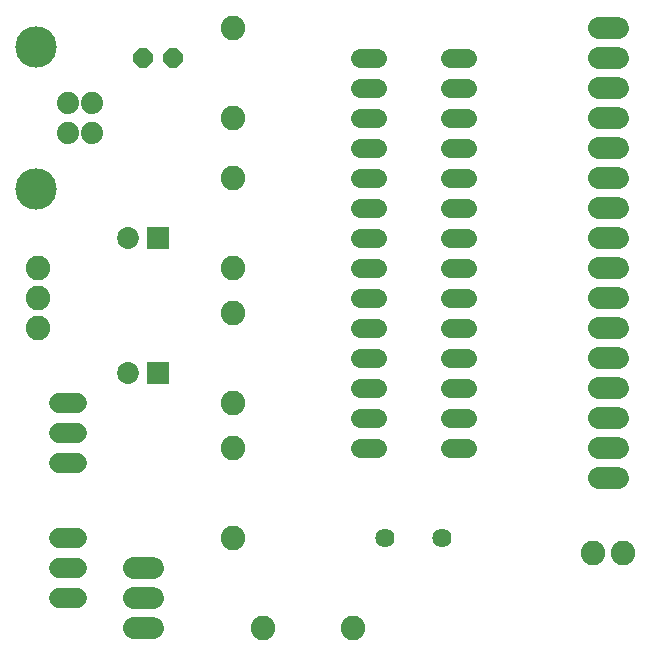
<source format=gts>
G75*
G70*
%OFA0B0*%
%FSLAX24Y24*%
%IPPOS*%
%LPD*%
%AMOC8*
5,1,8,0,0,1.08239X$1,22.5*
%
%ADD10C,0.0640*%
%ADD11C,0.0720*%
%ADD12C,0.0730*%
%ADD13R,0.0730X0.0730*%
%ADD14OC8,0.0640*%
%ADD15C,0.0640*%
%ADD16C,0.0820*%
%ADD17C,0.0740*%
%ADD18C,0.1380*%
%ADD19C,0.0680*%
D10*
X014781Y007680D02*
X015341Y007680D01*
X015341Y008680D02*
X014781Y008680D01*
X014781Y009680D02*
X015341Y009680D01*
X015341Y010680D02*
X014781Y010680D01*
X014781Y011680D02*
X015341Y011680D01*
X015341Y012680D02*
X014781Y012680D01*
X014781Y013680D02*
X015341Y013680D01*
X015341Y014680D02*
X014781Y014680D01*
X014781Y015680D02*
X015341Y015680D01*
X015341Y016680D02*
X014781Y016680D01*
X014781Y017680D02*
X015341Y017680D01*
X015341Y018680D02*
X014781Y018680D01*
X014781Y019680D02*
X015341Y019680D01*
X015341Y020680D02*
X014781Y020680D01*
X017781Y020680D02*
X018341Y020680D01*
X018341Y019680D02*
X017781Y019680D01*
X017781Y018680D02*
X018341Y018680D01*
X018341Y017680D02*
X017781Y017680D01*
X017781Y016680D02*
X018341Y016680D01*
X018341Y015680D02*
X017781Y015680D01*
X017781Y014680D02*
X018341Y014680D01*
X018341Y013680D02*
X017781Y013680D01*
X017781Y012680D02*
X018341Y012680D01*
X018341Y011680D02*
X017781Y011680D01*
X017781Y010680D02*
X018341Y010680D01*
X018341Y009680D02*
X017781Y009680D01*
X017781Y008680D02*
X018341Y008680D01*
X018341Y007680D02*
X017781Y007680D01*
D11*
X022741Y007680D02*
X023381Y007680D01*
X023381Y006680D02*
X022741Y006680D01*
X022741Y008680D02*
X023381Y008680D01*
X023381Y009680D02*
X022741Y009680D01*
X022741Y010680D02*
X023381Y010680D01*
X023381Y011680D02*
X022741Y011680D01*
X022741Y012680D02*
X023381Y012680D01*
X023381Y013680D02*
X022741Y013680D01*
X022741Y014680D02*
X023381Y014680D01*
X023381Y015680D02*
X022741Y015680D01*
X022741Y016680D02*
X023381Y016680D01*
X023381Y017680D02*
X022741Y017680D01*
X022741Y018680D02*
X023381Y018680D01*
X023381Y019680D02*
X022741Y019680D01*
X022741Y020680D02*
X023381Y020680D01*
X023381Y021680D02*
X022741Y021680D01*
X007881Y003680D02*
X007241Y003680D01*
X007241Y002680D02*
X007881Y002680D01*
X007881Y001680D02*
X007241Y001680D01*
D12*
X007061Y010180D03*
X007061Y014680D03*
D13*
X008061Y014680D03*
X008061Y010180D03*
D14*
X007561Y020680D03*
X008561Y020680D03*
D15*
X015611Y004680D03*
X017511Y004680D03*
D16*
X014561Y001680D03*
X011561Y001680D03*
X010561Y004680D03*
X010561Y007680D03*
X010561Y009180D03*
X010561Y012180D03*
X010561Y013680D03*
X010561Y016680D03*
X010561Y018680D03*
X010561Y021680D03*
X004061Y013680D03*
X004061Y012680D03*
X004061Y011680D03*
X022561Y004180D03*
X023561Y004180D03*
D17*
X005841Y018188D03*
X005061Y018188D03*
X005061Y019172D03*
X005841Y019172D03*
D18*
X003991Y021050D03*
X003991Y016310D03*
D19*
X004761Y002680D02*
X005361Y002680D01*
X005361Y003680D02*
X004761Y003680D01*
X004761Y004680D02*
X005361Y004680D01*
X005361Y007180D02*
X004761Y007180D01*
X004761Y008180D02*
X005361Y008180D01*
X005361Y009180D02*
X004761Y009180D01*
M02*

</source>
